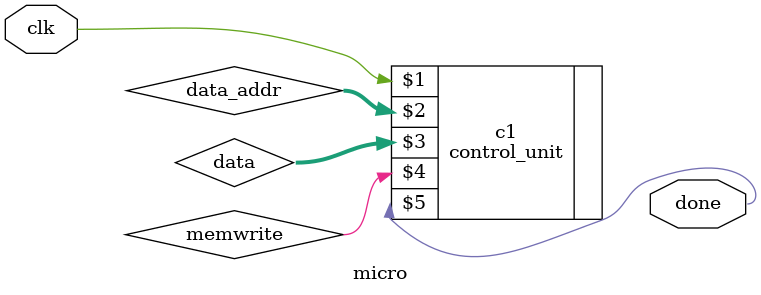
<source format=v>
`timescale 1ns / 1ps
module micro(
    input clk,
	 output done
    );
	 wire[7:0] data_addr,data;
	 wire memwrite;
	 //wire [35 : 0] CONTROL;
	 /*dmem data_RAM (
		  .clka(clk), // input clka
		  .wea(memwrite), // input [0 : 0] wea
		  .addra(data_addr), // input [9 : 0] addra
		  .dina(data), // input [7 : 0] dina
		  .douta() // output [7 : 0] douta
		);*/
	 
	 control_unit c1(clk,data_addr,data,memwrite,done);
	 
	  
	  //icon icon1 (.CONTROL0(CONTROL)); 
	  //ila ila1 (.CLK(clk), .CONTROL(CONTROL), .TRIG0(data));

endmodule

</source>
